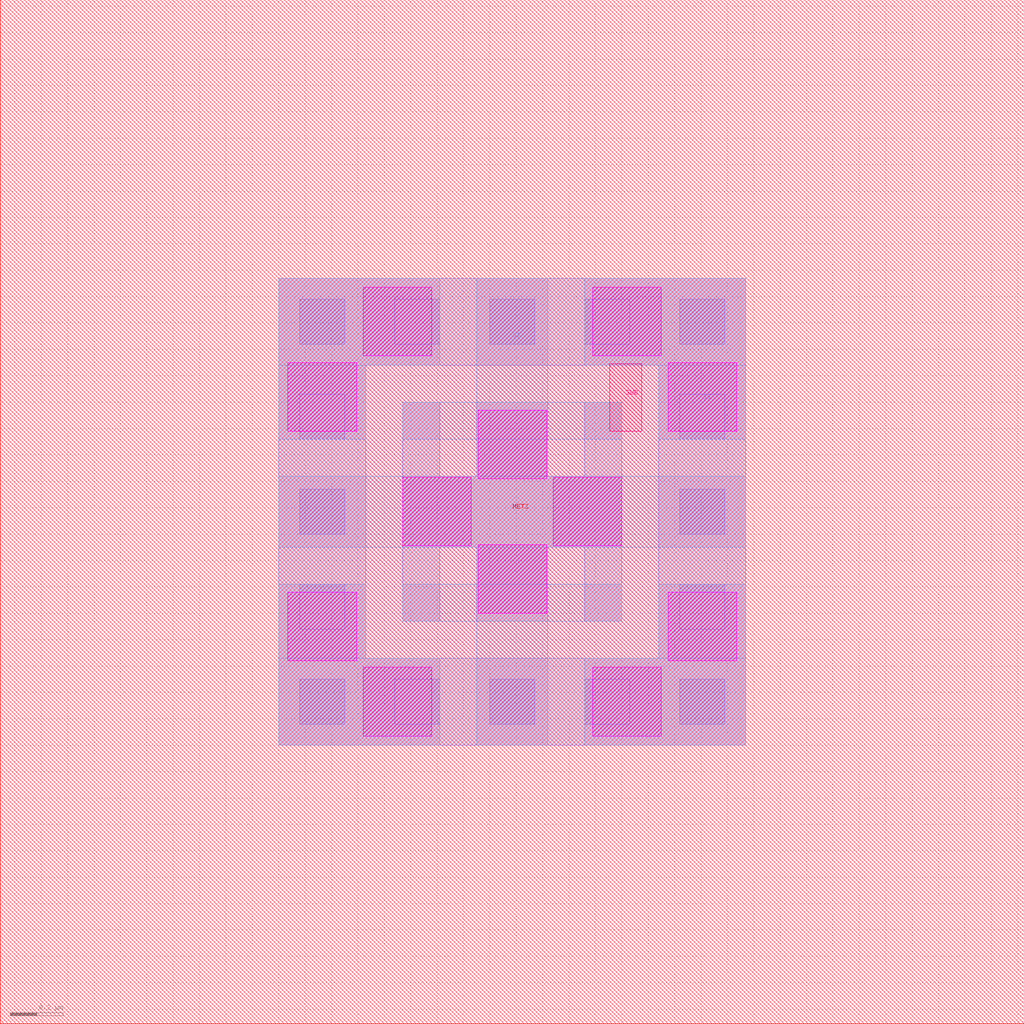
<source format=lef>
# Copyright 2020 The SkyWater PDK Authors
#
# Licensed under the Apache License, Version 2.0 (the "License");
# you may not use this file except in compliance with the License.
# You may obtain a copy of the License at
#
#     https://www.apache.org/licenses/LICENSE-2.0
#
# Unless required by applicable law or agreed to in writing, software
# distributed under the License is distributed on an "AS IS" BASIS,
# WITHOUT WARRANTIES OR CONDITIONS OF ANY KIND, either express or implied.
# See the License for the specific language governing permissions and
# limitations under the License.
#
# SPDX-License-Identifier: Apache-2.0

VERSION 5.7 ;
  NOWIREEXTENSIONATPIN ON ;
  DIVIDERCHAR "/" ;
  BUSBITCHARS "[]" ;
MACRO sky130_fd_pr__cap_vpp_03p9x03p9_m1m2_shieldl1_floatm3
  CLASS BLOCK ;
  FOREIGN sky130_fd_pr__cap_vpp_03p9x03p9_m1m2_shieldl1_floatm3 ;
  ORIGIN  1.055000  1.055000 ;
  SIZE  3.880000 BY  3.880000 ;
  PIN C0
    PORT
      LAYER met2 ;
        RECT 0.000000 0.000000 0.610000 0.330000 ;
        RECT 0.000000 0.330000 0.330000 0.610000 ;
        RECT 0.000000 1.160000 0.330000 1.440000 ;
        RECT 0.000000 1.440000 0.610000 1.770000 ;
        RECT 1.160000 0.000000 1.770000 0.330000 ;
        RECT 1.160000 1.440000 1.770000 1.770000 ;
        RECT 1.440000 0.330000 1.770000 0.610000 ;
        RECT 1.440000 1.160000 1.770000 1.440000 ;
    END
  END C0
  PIN C1
    PORT
      LAYER met2 ;
        RECT 0.000000 0.750000 1.770000 1.020000 ;
        RECT 0.470000 0.470000 1.300000 0.610000 ;
        RECT 0.470000 1.160000 1.300000 1.300000 ;
        RECT 0.750000 0.000000 1.020000 0.470000 ;
        RECT 0.750000 0.610000 1.020000 0.750000 ;
        RECT 0.750000 1.020000 1.020000 1.160000 ;
        RECT 0.750000 1.300000 1.020000 1.770000 ;
    END
  END C1
  PIN MET3
    PORT
      LAYER met3 ;
        RECT -1.055000 -1.055000 2.825000 2.825000 ;
    END
  END MET3
  PIN SUB
    PORT
      LAYER pwell ;
        RECT 1.255000 1.190000 1.375000 1.445000 ;
    END
  END SUB
  OBS
    LAYER li1 ;
      RECT 0.000000 0.000000 1.770000 1.770000 ;
    LAYER mcon ;
      RECT 0.080000 0.080000 0.250000 0.250000 ;
      RECT 0.080000 0.440000 0.250000 0.610000 ;
      RECT 0.080000 0.800000 0.250000 0.970000 ;
      RECT 0.080000 1.160000 0.250000 1.330000 ;
      RECT 0.080000 1.520000 0.250000 1.690000 ;
      RECT 0.440000 0.080000 0.610000 0.250000 ;
      RECT 0.440000 1.520000 0.610000 1.690000 ;
      RECT 0.800000 0.080000 0.970000 0.250000 ;
      RECT 0.800000 1.520000 0.970000 1.690000 ;
      RECT 1.160000 0.080000 1.330000 0.250000 ;
      RECT 1.160000 1.520000 1.330000 1.690000 ;
      RECT 1.520000 0.080000 1.690000 0.250000 ;
      RECT 1.520000 0.440000 1.690000 0.610000 ;
      RECT 1.520000 0.800000 1.690000 0.970000 ;
      RECT 1.520000 1.160000 1.690000 1.330000 ;
      RECT 1.520000 1.520000 1.690000 1.690000 ;
    LAYER met1 ;
      RECT 0.000000 0.000000 1.770000 0.330000 ;
      RECT 0.000000 0.330000 0.330000 1.440000 ;
      RECT 0.000000 1.440000 1.770000 1.770000 ;
      RECT 0.470000 0.470000 0.610000 0.750000 ;
      RECT 0.470000 0.750000 1.300000 1.020000 ;
      RECT 0.470000 1.020000 0.610000 1.300000 ;
      RECT 0.750000 0.470000 1.020000 0.750000 ;
      RECT 0.750000 1.020000 1.020000 1.300000 ;
      RECT 1.160000 0.470000 1.300000 0.750000 ;
      RECT 1.160000 1.020000 1.300000 1.300000 ;
      RECT 1.440000 0.330000 1.770000 1.440000 ;
    LAYER via ;
      RECT 0.035000 0.320000 0.295000 0.580000 ;
      RECT 0.035000 1.190000 0.295000 1.450000 ;
      RECT 0.320000 0.035000 0.580000 0.295000 ;
      RECT 0.320000 1.475000 0.580000 1.735000 ;
      RECT 0.470000 0.755000 0.730000 1.015000 ;
      RECT 0.755000 0.500000 1.015000 0.760000 ;
      RECT 0.755000 1.010000 1.015000 1.270000 ;
      RECT 1.040000 0.755000 1.300000 1.015000 ;
      RECT 1.190000 0.035000 1.450000 0.295000 ;
      RECT 1.190000 1.475000 1.450000 1.735000 ;
      RECT 1.475000 0.320000 1.735000 0.580000 ;
      RECT 1.475000 1.190000 1.735000 1.450000 ;
  END
END sky130_fd_pr__cap_vpp_03p9x03p9_m1m2_shieldl1_floatm3
END LIBRARY

</source>
